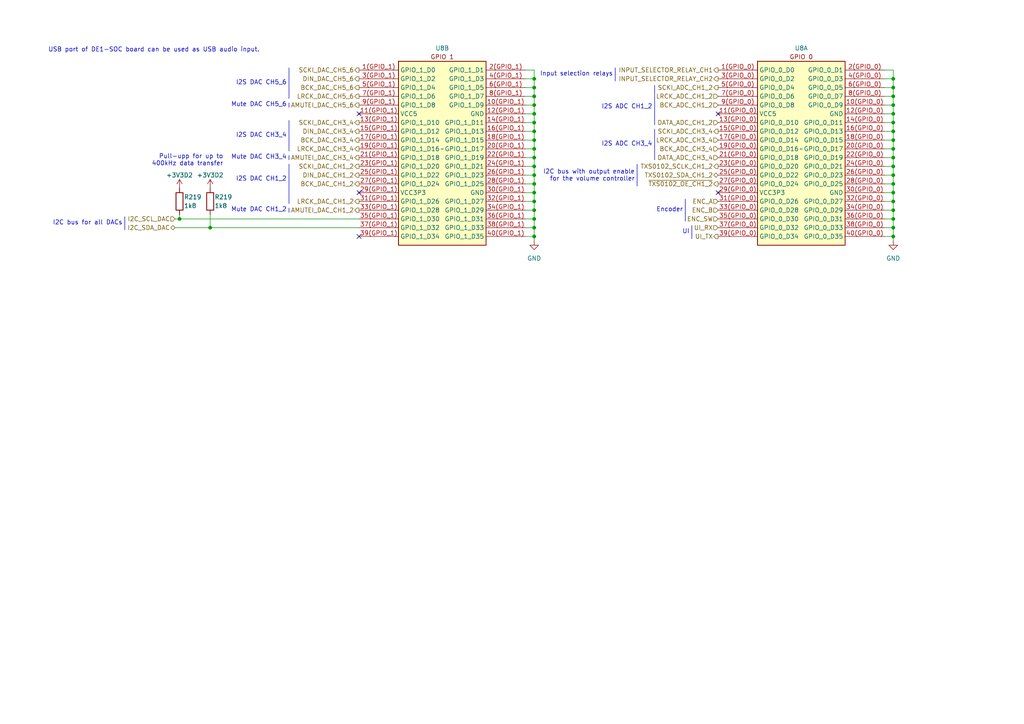
<source format=kicad_sch>
(kicad_sch (version 20230121) (generator eeschema)
  (paper "A4")
  (title_block (title "AUDIO-DSP_MAIN_BOARD") (date "2023-06-06") (rev "R01"))
  (lib_symbols
    (symbol "Audio_DSP:+3V3D2" (power) (in_bom no) (on_board no)
      (property "Value" "+3V3D2" (at 0 3.81 0))
      (symbol "+3V3D2_0_1"
        (polyline (pts (xy -0.762 1.27) (xy 0 2.54)))
        (polyline (pts (xy 0 0) (xy 0 2.54)))
        (polyline (pts (xy 0 2.54) (xy 0.762 1.27)))
      )
      (symbol "+3V3D2_1_1"
        (pin power_in line (at 0 0 90) (length 0) hide (name "+3V3D2") (number "1"))
      )
    )
    (symbol "Audio_DSP:DE1-SoC"
      (property "Reference" "U" (at 0 29.21 0))
      (symbol "DE1-SoC_1_1"
        (rectangle (start -12.7 25.4) (end 12.7 -27.94) (stroke (width 0.254)) (fill (type background)))
        (text "GPIO 0" (at 0 26.67 0) (effects (font (size 1.27 1.27))))
        (pin passive line (at -24.13 22.86 0) (length 11.43) (name "GPIO_0_D0") (number "1(GPIO_0)"))
        (pin passive line (at 24.13 12.7 180) (length 11.43) (name "GPIO_0_D9") (number "10(GPIO_0)"))
        (pin no_connect line (at -24.13 10.16 0) (length 11.43) (name "VCC5") (number "11(GPIO_0)"))
        (pin passive line (at 24.13 10.16 180) (length 11.43) (name "GND") (number "12(GPIO_0)"))
        (pin passive line (at -24.13 7.62 0) (length 11.43) (name "GPIO_0_D10") (number "13(GPIO_0)"))
        (pin passive line (at 24.13 7.62 180) (length 11.43) (name "GPIO_0_D11") (number "14(GPIO_0)"))
        (pin passive line (at -24.13 5.08 0) (length 11.43) (name "GPIO_0_D12") (number "15(GPIO_0)"))
        (pin passive line (at 24.13 5.08 180) (length 11.43) (name "GPIO_0_D13") (number "16(GPIO_0)"))
        (pin passive line (at -24.13 2.54 0) (length 11.43) (name "GPIO_0_D14") (number "17(GPIO_0)"))
        (pin passive line (at 24.13 2.54 180) (length 11.43) (name "GPIO_0_D15") (number "18(GPIO_0)"))
        (pin passive line (at -24.13 0 0) (length 11.43) (name "GPIO_0_D16") (number "19(GPIO_0)"))
        (pin passive line (at 24.13 22.86 180) (length 11.43) (name "GPIO_0_D1") (number "2(GPIO_0)"))
        (pin passive line (at 24.13 0 180) (length 11.43) (name "GPIO_0_D17") (number "20(GPIO_0)"))
        (pin passive line (at -24.13 -2.54 0) (length 11.43) (name "GPIO_0_D18") (number "21(GPIO_0)"))
        (pin passive line (at 24.13 -2.54 180) (length 11.43) (name "GPIO_0_D19") (number "22(GPIO_0)"))
        (pin passive line (at -24.13 -5.08 0) (length 11.43) (name "GPIO_0_D20") (number "23(GPIO_0)"))
        (pin passive line (at 24.13 -5.08 180) (length 11.43) (name "GPIO_0_D21") (number "24(GPIO_0)"))
        (pin passive line (at -24.13 -7.62 0) (length 11.43) (name "GPIO_0_D22") (number "25(GPIO_0)"))
        (pin passive line (at 24.13 -7.62 180) (length 11.43) (name "GPIO_0_D23") (number "26(GPIO_0)"))
        (pin passive line (at -24.13 -10.16 0) (length 11.43) (name "GPIO_0_D24") (number "27(GPIO_0)"))
        (pin passive line (at 24.13 -10.16 180) (length 11.43) (name "GPIO_0_D25") (number "28(GPIO_0)"))
        (pin no_connect line (at -24.13 -12.7 0) (length 11.43) (name "VCC3P3") (number "29(GPIO_0)"))
        (pin passive line (at -24.13 20.32 0) (length 11.43) (name "GPIO_0_D2") (number "3(GPIO_0)"))
        (pin passive line (at 24.13 -12.7 180) (length 11.43) (name "GND") (number "30(GPIO_0)"))
        (pin passive line (at -24.13 -15.24 0) (length 11.43) (name "GPIO_0_D26") (number "31(GPIO_0)"))
        (pin passive line (at 24.13 -15.24 180) (length 11.43) (name "GPIO_0_D27") (number "32(GPIO_0)"))
        (pin passive line (at -24.13 -17.78 0) (length 11.43) (name "GPIO_0_D28") (number "33(GPIO_0)"))
        (pin passive line (at 24.13 -17.78 180) (length 11.43) (name "GPIO_0_D29") (number "34(GPIO_0)"))
        (pin passive line (at -24.13 -20.32 0) (length 11.43) (name "GPIO_0_D30") (number "35(GPIO_0)"))
        (pin passive line (at 24.13 -20.32 180) (length 11.43) (name "GPIO_0_D31") (number "36(GPIO_0)"))
        (pin passive line (at -24.13 -22.86 0) (length 11.43) (name "GPIO_0_D32") (number "37(GPIO_0)"))
        (pin passive line (at 24.13 -22.86 180) (length 11.43) (name "GPIO_0_D33") (number "38(GPIO_0)"))
        (pin passive line (at -24.13 -25.4 0) (length 11.43) (name "GPIO_0_D34") (number "39(GPIO_0)"))
        (pin passive line (at 24.13 20.32 180) (length 11.43) (name "GPIO_0_D3") (number "4(GPIO_0)"))
        (pin passive line (at 24.13 -25.4 180) (length 11.43) (name "GPIO_0_D35") (number "40(GPIO_0)"))
        (pin passive line (at -24.13 17.78 0) (length 11.43) (name "GPIO_0_D4") (number "5(GPIO_0)"))
        (pin passive line (at 24.13 17.78 180) (length 11.43) (name "GPIO_0_D5") (number "6(GPIO_0)"))
        (pin passive line (at -24.13 15.24 0) (length 11.43) (name "GPIO_0_D6") (number "7(GPIO_0)"))
        (pin passive line (at 24.13 15.24 180) (length 11.43) (name "GPIO_0_D7") (number "8(GPIO_0)"))
        (pin passive line (at -24.13 12.7 0) (length 11.43) (name "GPIO_0_D8") (number "9(GPIO_0)"))
      )
      (symbol "DE1-SoC_2_1"
        (rectangle (start -12.7 25.4) (end 12.7 -27.94) (stroke (width 0.254)) (fill (type background)))
        (text "GPIO 1" (at 0 26.67 0) (effects (font (size 1.27 1.27))))
        (pin passive line (at -24.13 22.86 0) (length 11.43) (name "GPIO_1_D0") (number "1(GPIO_1)"))
        (pin passive line (at 24.13 12.7 180) (length 11.43) (name "GPIO_1_D9") (number "10(GPIO_1)"))
        (pin no_connect line (at -24.13 10.16 0) (length 11.43) (name "VCC5") (number "11(GPIO_1)"))
        (pin passive line (at 24.13 10.16 180) (length 11.43) (name "GND") (number "12(GPIO_1)"))
        (pin passive line (at -24.13 7.62 0) (length 11.43) (name "GPIO_1_D10") (number "13(GPIO_1)"))
        (pin passive line (at 24.13 7.62 180) (length 11.43) (name "GPIO_1_D11") (number "14(GPIO_1)"))
        (pin passive line (at -24.13 5.08 0) (length 11.43) (name "GPIO_1_D12") (number "15(GPIO_1)"))
        (pin passive line (at 24.13 5.08 180) (length 11.43) (name "GPIO_1_D13") (number "16(GPIO_1)"))
        (pin passive line (at -24.13 2.54 0) (length 11.43) (name "GPIO_1_D14") (number "17(GPIO_1)"))
        (pin passive line (at 24.13 2.54 180) (length 11.43) (name "GPIO_1_D15") (number "18(GPIO_1)"))
        (pin passive line (at -24.13 0 0) (length 11.43) (name "GPIO_1_D16") (number "19(GPIO_1)"))
        (pin passive line (at 24.13 22.86 180) (length 11.43) (name "GPIO_1_D1") (number "2(GPIO_1)"))
        (pin passive line (at 24.13 0 180) (length 11.43) (name "GPIO_1_D17") (number "20(GPIO_1)"))
        (pin passive line (at -24.13 -2.54 0) (length 11.43) (name "GPIO_1_D18") (number "21(GPIO_1)"))
        (pin passive line (at 24.13 -2.54 180) (length 11.43) (name "GPIO_1_D19") (number "22(GPIO_1)"))
        (pin passive line (at -24.13 -5.08 0) (length 11.43) (name "GPIO_1_D20") (number "23(GPIO_1)"))
        (pin passive line (at 24.13 -5.08 180) (length 11.43) (name "GPIO_1_D21") (number "24(GPIO_1)"))
        (pin passive line (at -24.13 -7.62 0) (length 11.43) (name "GPIO_1_D22") (number "25(GPIO_1)"))
        (pin passive line (at 24.13 -7.62 180) (length 11.43) (name "GPIO_1_D23") (number "26(GPIO_1)"))
        (pin passive line (at -24.13 -10.16 0) (length 11.43) (name "GPIO_1_D24") (number "27(GPIO_1)"))
        (pin passive line (at 24.13 -10.16 180) (length 11.43) (name "GPIO_1_D25") (number "28(GPIO_1)"))
        (pin no_connect line (at -24.13 -12.7 0) (length 11.43) (name "VCC3P3") (number "29(GPIO_1)"))
        (pin passive line (at -24.13 20.32 0) (length 11.43) (name "GPIO_1_D2") (number "3(GPIO_1)"))
        (pin passive line (at 24.13 -12.7 180) (length 11.43) (name "GND") (number "30(GPIO_1)"))
        (pin passive line (at -24.13 -15.24 0) (length 11.43) (name "GPIO_1_D26") (number "31(GPIO_1)"))
        (pin passive line (at 24.13 -15.24 180) (length 11.43) (name "GPIO_1_D27") (number "32(GPIO_1)"))
        (pin passive line (at -24.13 -17.78 0) (length 11.43) (name "GPIO_1_D28") (number "33(GPIO_1)"))
        (pin passive line (at 24.13 -17.78 180) (length 11.43) (name "GPIO_1_D29") (number "34(GPIO_1)"))
        (pin passive line (at -24.13 -20.32 0) (length 11.43) (name "GPIO_1_D30") (number "35(GPIO_1)"))
        (pin passive line (at 24.13 -20.32 180) (length 11.43) (name "GPIO_1_D31") (number "36(GPIO_1)"))
        (pin passive line (at -24.13 -22.86 0) (length 11.43) (name "GPIO_1_D32") (number "37(GPIO_1)"))
        (pin passive line (at 24.13 -22.86 180) (length 11.43) (name "GPIO_1_D33") (number "38(GPIO_1)"))
        (pin passive line (at -24.13 -25.4 0) (length 11.43) (name "GPIO_1_D34") (number "39(GPIO_1)"))
        (pin passive line (at 24.13 20.32 180) (length 11.43) (name "GPIO_1_D3") (number "4(GPIO_1)"))
        (pin passive line (at 24.13 -25.4 180) (length 11.43) (name "GPIO_1_D35") (number "40(GPIO_1)"))
        (pin passive line (at -24.13 17.78 0) (length 11.43) (name "GPIO_1_D4") (number "5(GPIO_1)"))
        (pin passive line (at 24.13 17.78 180) (length 11.43) (name "GPIO_1_D5") (number "6(GPIO_1)"))
        (pin passive line (at -24.13 15.24 0) (length 11.43) (name "GPIO_1_D6") (number "7(GPIO_1)"))
        (pin passive line (at 24.13 15.24 180) (length 11.43) (name "GPIO_1_D7") (number "8(GPIO_1)"))
        (pin passive line (at -24.13 12.7 0) (length 11.43) (name "GPIO_1_D8") (number "9(GPIO_1)"))
      )
    )
    (symbol "Device:R" (pin_numbers hide) (pin_names (offset 0))
      (property "Reference" "R" (at 2.032 0 90))
      (property "Value" "R" (at 0 0 90))
      (symbol "R_0_1"
        (rectangle (start -1.016 -2.54) (end 1.016 2.54) (stroke (width 0.254)))
      )
      (symbol "R_1_1"
        (pin passive line (at 0 3.81 270) (length 1.27) (name "~") (number "1"))
        (pin passive line (at 0 -3.81 90) (length 1.27) (name "~") (number "2"))
      )
    )
    (symbol "power:GND" (power) (pin_names (offset 0))
      (property "Value" "GND" (at 0 -3.81 0))
      (symbol "GND_0_1"
        (polyline (pts (xy 0 0) (xy 0 -1.27) (xy 1.27 -1.27) (xy 0 -2.54) (xy -1.27 -1.27) (xy 0 -1.27)))
      )
      (symbol "GND_1_1"
        (pin power_in line (at 0 0 270) (length 0) hide (name "GND") (number "1"))
      )
    )
  )
  (junction (at 259.08 40.64))
  (junction (at 259.08 35.56))
  (junction (at 259.08 50.8))
  (junction (at 259.08 45.72))
  (junction (at 154.94 45.72))
  (junction (at 154.94 40.64))
  (junction (at 154.94 50.8))
  (junction (at 154.94 48.26))
  (junction (at 259.08 30.48))
  (junction (at 259.08 22.86))
  (junction (at 259.08 33.02))
  (junction (at 154.94 63.5))
  (junction (at 154.94 53.34))
  (junction (at 52.07 63.5))
  (junction (at 259.08 58.42))
  (junction (at 259.08 48.26))
  (junction (at 259.08 25.4))
  (junction (at 154.94 22.86))
  (junction (at 259.08 66.04))
  (junction (at 154.94 27.94))
  (junction (at 154.94 35.56))
  (junction (at 154.94 55.88))
  (junction (at 154.94 58.42))
  (junction (at 154.94 38.1))
  (junction (at 154.94 30.48))
  (junction (at 154.94 33.02))
  (junction (at 154.94 66.04))
  (junction (at 259.08 38.1))
  (junction (at 154.94 43.18))
  (junction (at 154.94 25.4))
  (junction (at 154.94 68.58))
  (junction (at 259.08 68.58))
  (junction (at 259.08 53.34))
  (junction (at 259.08 27.94))
  (junction (at 259.08 55.88))
  (junction (at 259.08 60.96))
  (junction (at 60.96 66.04))
  (junction (at 259.08 63.5))
  (junction (at 154.94 60.96))
  (junction (at 259.08 43.18))
  (no_connect (at 104.14 55.88))
  (no_connect (at 104.14 33.02))
  (no_connect (at 104.14 68.58))
  (no_connect (at 208.28 55.88))
  (no_connect (at 208.28 33.02))
  (wire (pts (xy 50.8 63.5) (xy 52.07 63.5)))
  (wire (pts (xy 256.54 68.58) (xy 259.08 68.58)))
  (wire (pts (xy 50.8 66.04) (xy 60.96 66.04)))
  (wire (pts (xy 152.4 33.02) (xy 154.94 33.02)))
  (wire (pts (xy 154.94 20.32) (xy 154.94 22.86)))
  (wire (pts (xy 256.54 48.26) (xy 259.08 48.26)))
  (wire (pts (xy 152.4 38.1) (xy 154.94 38.1)))
  (wire (pts (xy 154.94 53.34) (xy 154.94 55.88)))
  (wire (pts (xy 259.08 60.96) (xy 259.08 58.42)))
  (wire (pts (xy 259.08 33.02) (xy 259.08 35.56)))
  (wire (pts (xy 152.4 27.94) (xy 154.94 27.94)))
  (wire (pts (xy 259.08 38.1) (xy 259.08 40.64)))
  (wire (pts (xy 256.54 22.86) (xy 259.08 22.86)))
  (wire (pts (xy 256.54 66.04) (xy 259.08 66.04)))
  (polyline (pts (xy 83.82 47.625) (xy 83.82 59.055)))
  (wire (pts (xy 154.94 43.18) (xy 154.94 45.72)))
  (wire (pts (xy 60.96 62.23) (xy 60.96 66.04)))
  (wire (pts (xy 154.94 50.8) (xy 154.94 53.34)))
  (wire (pts (xy 259.08 48.26) (xy 259.08 50.8)))
  (wire (pts (xy 256.54 27.94) (xy 259.08 27.94)))
  (wire (pts (xy 152.4 66.04) (xy 154.94 66.04)))
  (polyline (pts (xy 83.82 45.085) (xy 83.82 46.355)))
  (wire (pts (xy 256.54 25.4) (xy 259.08 25.4)))
  (wire (pts (xy 154.94 48.26) (xy 154.94 50.8)))
  (wire (pts (xy 52.07 63.5) (xy 104.14 63.5)))
  (wire (pts (xy 152.4 53.34) (xy 154.94 53.34)))
  (wire (pts (xy 154.94 27.94) (xy 154.94 30.48)))
  (polyline (pts (xy 83.82 60.325) (xy 83.82 61.595)))
  (wire (pts (xy 152.4 35.56) (xy 154.94 35.56)))
  (wire (pts (xy 256.54 55.88) (xy 259.08 55.88)))
  (wire (pts (xy 259.08 25.4) (xy 259.08 27.94)))
  (wire (pts (xy 154.94 33.02) (xy 154.94 35.56)))
  (wire (pts (xy 60.96 66.04) (xy 104.14 66.04)))
  (wire (pts (xy 154.94 68.58) (xy 154.94 66.04)))
  (wire (pts (xy 152.4 50.8) (xy 154.94 50.8)))
  (wire (pts (xy 256.54 33.02) (xy 259.08 33.02)))
  (wire (pts (xy 154.94 25.4) (xy 154.94 27.94)))
  (polyline (pts (xy 83.82 29.845) (xy 83.82 31.115)))
  (wire (pts (xy 256.54 50.8) (xy 259.08 50.8)))
  (wire (pts (xy 259.08 40.64) (xy 259.08 43.18)))
  (wire (pts (xy 256.54 53.34) (xy 259.08 53.34)))
  (wire (pts (xy 154.94 35.56) (xy 154.94 38.1)))
  (wire (pts (xy 154.94 40.64) (xy 154.94 43.18)))
  (polyline (pts (xy 36.195 62.865) (xy 36.195 66.675)))
  (polyline (pts (xy 83.82 34.925) (xy 83.82 43.815)))
  (wire (pts (xy 152.4 63.5) (xy 154.94 63.5)))
  (wire (pts (xy 259.08 30.48) (xy 259.08 33.02)))
  (wire (pts (xy 256.54 58.42) (xy 259.08 58.42)))
  (wire (pts (xy 152.4 45.72) (xy 154.94 45.72)))
  (wire (pts (xy 154.94 30.48) (xy 154.94 33.02)))
  (wire (pts (xy 259.08 68.58) (xy 259.08 66.04)))
  (polyline (pts (xy 200.66 65.405) (xy 200.66 69.215)))
  (wire (pts (xy 152.4 40.64) (xy 154.94 40.64)))
  (wire (pts (xy 256.54 43.18) (xy 259.08 43.18)))
  (wire (pts (xy 259.08 43.18) (xy 259.08 45.72)))
  (wire (pts (xy 259.08 22.86) (xy 259.08 25.4)))
  (wire (pts (xy 152.4 68.58) (xy 154.94 68.58)))
  (wire (pts (xy 154.94 45.72) (xy 154.94 48.26)))
  (wire (pts (xy 256.54 40.64) (xy 259.08 40.64)))
  (wire (pts (xy 152.4 22.86) (xy 154.94 22.86)))
  (wire (pts (xy 259.08 53.34) (xy 259.08 55.88)))
  (wire (pts (xy 154.94 66.04) (xy 154.94 63.5)))
  (wire (pts (xy 152.4 58.42) (xy 154.94 58.42)))
  (wire (pts (xy 256.54 20.32) (xy 259.08 20.32)))
  (wire (pts (xy 259.08 69.85) (xy 259.08 68.58)))
  (wire (pts (xy 259.08 63.5) (xy 259.08 60.96)))
  (wire (pts (xy 259.08 27.94) (xy 259.08 30.48)))
  (wire (pts (xy 259.08 58.42) (xy 259.08 55.88)))
  (polyline (pts (xy 198.755 57.785) (xy 198.755 64.135)))
  (wire (pts (xy 154.94 63.5) (xy 154.94 60.96)))
  (wire (pts (xy 152.4 25.4) (xy 154.94 25.4)))
  (polyline (pts (xy 184.785 47.625) (xy 184.785 53.975)))
  (wire (pts (xy 259.08 35.56) (xy 259.08 38.1)))
  (wire (pts (xy 256.54 45.72) (xy 259.08 45.72)))
  (wire (pts (xy 52.07 62.23) (xy 52.07 63.5)))
  (wire (pts (xy 152.4 43.18) (xy 154.94 43.18)))
  (wire (pts (xy 256.54 30.48) (xy 259.08 30.48)))
  (wire (pts (xy 256.54 63.5) (xy 259.08 63.5)))
  (wire (pts (xy 259.08 20.32) (xy 259.08 22.86)))
  (wire (pts (xy 154.94 22.86) (xy 154.94 25.4)))
  (wire (pts (xy 152.4 30.48) (xy 154.94 30.48)))
  (polyline (pts (xy 178.435 19.685) (xy 178.435 23.495)))
  (wire (pts (xy 154.94 58.42) (xy 154.94 55.88)))
  (wire (pts (xy 154.94 38.1) (xy 154.94 40.64)))
  (wire (pts (xy 152.4 20.32) (xy 154.94 20.32)))
  (wire (pts (xy 259.08 50.8) (xy 259.08 53.34)))
  (wire (pts (xy 154.94 60.96) (xy 154.94 58.42)))
  (polyline (pts (xy 189.865 24.765) (xy 189.865 36.195)))
  (wire (pts (xy 259.08 66.04) (xy 259.08 63.5)))
  (wire (pts (xy 152.4 48.26) (xy 154.94 48.26)))
  (wire (pts (xy 259.08 45.72) (xy 259.08 48.26)))
  (wire (pts (xy 256.54 35.56) (xy 259.08 35.56)))
  (wire (pts (xy 154.94 69.85) (xy 154.94 68.58)))
  (wire (pts (xy 256.54 38.1) (xy 259.08 38.1)))
  (wire (pts (xy 256.54 60.96) (xy 259.08 60.96)))
  (wire (pts (xy 152.4 60.96) (xy 154.94 60.96)))
  (polyline (pts (xy 189.865 37.465) (xy 189.865 46.355)))
  (wire (pts (xy 152.4 55.88) (xy 154.94 55.88)))
  (polyline (pts (xy 83.82 19.685) (xy 83.82 28.575)))
  (text "I2S ADC CH1_2" (at 189.23 31.75 0) (effects (font (size 1.27 1.27)) (justify right bottom)))
  (text "Input selection relays" (at 177.8 22.225 0) (effects (font (size 1.27 1.27)) (justify right bottom)))
  (text "I2S DAC CH1_2" (at 83.185 52.705 0) (effects (font (size 1.27 1.27)) (justify right bottom)))
  (text "Mute DAC CH3_4" (at 83.185 46.355 0) (effects (font (size 1.27 1.27)) (justify right bottom)))
  (text "I2S DAC CH3_4" (at 83.185 40.005 0) (effects (font (size 1.27 1.27)) (justify right bottom)))
  (text "Pull-upp for up to\n400kHz data transfer" (at 64.77 48.26 0) (effects (font (size 1.27 1.27)) (justify right bottom)))
  (text "USB port of DE1-SOC board can be used as USB audio input." (at 13.97 15.24 0) (effects (font (size 1.27 1.27)) (justify left bottom)))
  (text "I2S ADC CH3_4" (at 189.23 42.545 0) (effects (font (size 1.27 1.27)) (justify right bottom)))
  (text "I2S DAC CH5_6" (at 83.185 24.765 0) (effects (font (size 1.27 1.27)) (justify right bottom)))
  (text "I2C bus for all DACs\n" (at 35.56 65.405 0) (effects (font (size 1.27 1.27)) (justify right bottom)))
  (text "Encoder" (at 198.12 61.595 0) (effects (font (size 1.27 1.27)) (justify right bottom)))
  (text "UI" (at 200.025 67.945 0) (effects (font (size 1.27 1.27)) (justify right bottom)))
  (text "Mute DAC CH1_2" (at 83.185 61.595 0) (effects (font (size 1.27 1.27)) (justify right bottom)))
  (text "Mute DAC CH5_6" (at 83.185 31.115 0) (effects (font (size 1.27 1.27)) (justify right bottom)))
  (text "I2C bus with output enable\nfor the volume controller" (at 184.15 52.705 0) (effects (font (size 1.27 1.27)) (justify right bottom)))
  (hierarchical_label "AMUTEI_DAC_CH3_4" (shape output) (at 104.14 45.72 180))
  (hierarchical_label "SCKI_DAC_CH3_4" (shape output) (at 104.14 35.56 180))
  (hierarchical_label "DIN_DAC_CH1_2" (shape output) (at 104.14 50.8 180))
  (hierarchical_label "BCK_ADC_CH1_2" (shape input) (at 208.28 30.48 180))
  (hierarchical_label "I2C_SCL_DAC" (shape input) (at 50.8 63.5 180))
  (hierarchical_label "SCKI_ADC_CH1_2" (shape output) (at 208.28 25.4 180))
  (hierarchical_label "LRCK_ADC_CH1_2" (shape input) (at 208.28 27.94 180))
  (hierarchical_label "ENC_B" (shape input) (at 208.28 60.96 180))
  (hierarchical_label "ENC_A" (shape input) (at 208.28 58.42 180))
  (hierarchical_label "TXS0102_SCLK_CH1_2" (shape output) (at 208.28 48.26 180))
  (hierarchical_label "LRCK_DAC_CH3_4" (shape output) (at 104.14 43.18 180))
  (hierarchical_label "DIN_DAC_CH5_6" (shape output) (at 104.14 22.86 180))
  (hierarchical_label "~{TXS0102_OE_CH1_2}" (shape output) (at 208.28 53.34 180))
  (hierarchical_label "DIN_DAC_CH3_4" (shape output) (at 104.14 38.1 180))
  (hierarchical_label "INPUT_SELECTOR_RELAY_CH2" (shape output) (at 208.28 22.86 180))
  (hierarchical_label "LRCK_DAC_CH1_2" (shape output) (at 104.14 58.42 180))
  (hierarchical_label "SCKI_DAC_CH5_6" (shape output) (at 104.14 20.32 180))
  (hierarchical_label "LRCK_ADC_CH3_4" (shape input) (at 208.28 40.64 180))
  (hierarchical_label "I2C_SDA_DAC" (shape bidirectional) (at 50.8 66.04 180))
  (hierarchical_label "BCK_DAC_CH5_6" (shape output) (at 104.14 25.4 180))
  (hierarchical_label "BCK_DAC_CH1_2" (shape output) (at 104.14 53.34 180))
  (hierarchical_label "INPUT_SELECTOR_RELAY_CH1" (shape output) (at 208.28 20.32 180))
  (hierarchical_label "BCK_DAC_CH3_4" (shape output) (at 104.14 40.64 180))
  (hierarchical_label "AMUTEI_DAC_CH5_6" (shape output) (at 104.14 30.48 180))
  (hierarchical_label "DATA_ADC_CH3_4" (shape input) (at 208.28 45.72 180))
  (hierarchical_label "DATA_ADC_CH1_2" (shape input) (at 208.28 35.56 180))
  (hierarchical_label "UI_RX" (shape input) (at 208.28 66.04 180))
  (hierarchical_label "TXS0102_SDA_CH1_2" (shape bidirectional) (at 208.28 50.8 180))
  (hierarchical_label "BCK_ADC_CH3_4" (shape input) (at 208.28 43.18 180))
  (hierarchical_label "UI_TX" (shape output) (at 208.28 68.58 180))
  (hierarchical_label "AMUTEI_DAC_CH1_2" (shape output) (at 104.14 60.96 180))
  (hierarchical_label "LRCK_DAC_CH5_6" (shape output) (at 104.14 27.94 180))
  (hierarchical_label "ENC_SW" (shape input) (at 208.28 63.5 180))
  (hierarchical_label "SCKI_ADC_CH3_4" (shape output) (at 208.28 38.1 180))
  (hierarchical_label "SCKI_DAC_CH1_2" (shape output) (at 104.14 48.26 180))
  (symbol (lib_id "Audio_DSP:+3V3D2") (at 60.96 54.61 0) (unit 1) (in_bom no) (on_board no)
    (property "Reference" "#PWR0106" (effects hide))
    (property "Value" "+3V3D2" (at 60.96 50.8 0))
    (instances (project "Main board" (path "" (reference "#PWR0106") (unit 1)) (path "" (reference "#PWR0247") (unit 1)) (path "" (reference "#PWR0248") (unit 1))))
  )
  (symbol (lib_id "power:GND") (at 259.08 69.85 0) (unit 1)
    (property "Reference" "#PWR0171" (effects hide))
    (property "Value" "GND" (at 259.08 74.93 0))
  )
  (symbol (lib_id "Audio_DSP:DE1-SoC") (at 128.27 43.18 0) (unit 2)
    (property "Reference" "U8" (at 128.27 13.97 0))
    (property "Value" "~" (at 128.27 43.18 0))
    (property "Footprint" "Audio-DSP:DE1-SoC" (effects hide))
    (property "Datasheet" "NA" (effects hide))
  )
  (symbol (lib_id "Device:R") (at 52.07 58.42 0) (unit 1)
    (property "Reference" "R219" (at 53.34 57.15 0) (effects (justify left)))
    (property "Value" "1k8" (at 53.34 59.69 0) (effects (justify left)))
    (property "Footprint" "Resistor_SMD:R_0402_1005Metric" (effects hide))
    (property "Datasheet" "https://nl.mouser.com/ProductDetail/YAGEO/RT0402FRE071K8L?qs=sGAEpiMZZMvdGkrng054t%252BSYh%252B1gqt95YMLSYAXCfag%3D" (effects hide))
  )
  (symbol (lib_id "Device:R") (at 60.96 58.42 0) (unit 1)
    (property "Reference" "R219" (at 62.23 57.15 0) (effects (justify left)))
    (property "Value" "1k8" (at 62.23 59.69 0) (effects (justify left)))
    (property "Footprint" "Resistor_SMD:R_0402_1005Metric" (effects hide))
    (property "Datasheet" "https://nl.mouser.com/ProductDetail/YAGEO/RT0402FRE071K8L?qs=sGAEpiMZZMvdGkrng054t%252BSYh%252B1gqt95YMLSYAXCfag%3D" (effects hide))
    (instances (project "Main board" (path "" (reference "R219") (unit 1)) (path "" (reference "R220") (unit 1))))
  )
  (symbol (lib_id "Audio_DSP:DE1-SoC") (at 232.41 43.18 0) (unit 1)
    (property "Reference" "U8" (at 232.41 13.97 0))
    (property "Value" "~" (at 232.41 43.18 0))
    (property "Footprint" "Audio-DSP:DE1-SoC" (effects hide))
    (property "Datasheet" "NA" (effects hide))
  )
  (symbol (lib_id "Audio_DSP:+3V3D2") (at 52.07 54.61 0) (unit 1) (in_bom no) (on_board no)
    (property "Reference" "#PWR0106" (effects hide))
    (property "Value" "+3V3D2" (at 52.07 50.8 0))
    (instances (project "Main board" (path "" (reference "#PWR0106") (unit 1)) (path "" (reference "#PWR0247") (unit 1)) (path "" (reference "#PWR0247") (unit 1))))
  )
  (symbol (lib_id "power:GND") (at 154.94 69.85 0) (unit 1)
    (property "Reference" "#PWR0170" (effects hide))
    (property "Value" "GND" (at 154.94 74.93 0))
  )
)
</source>
